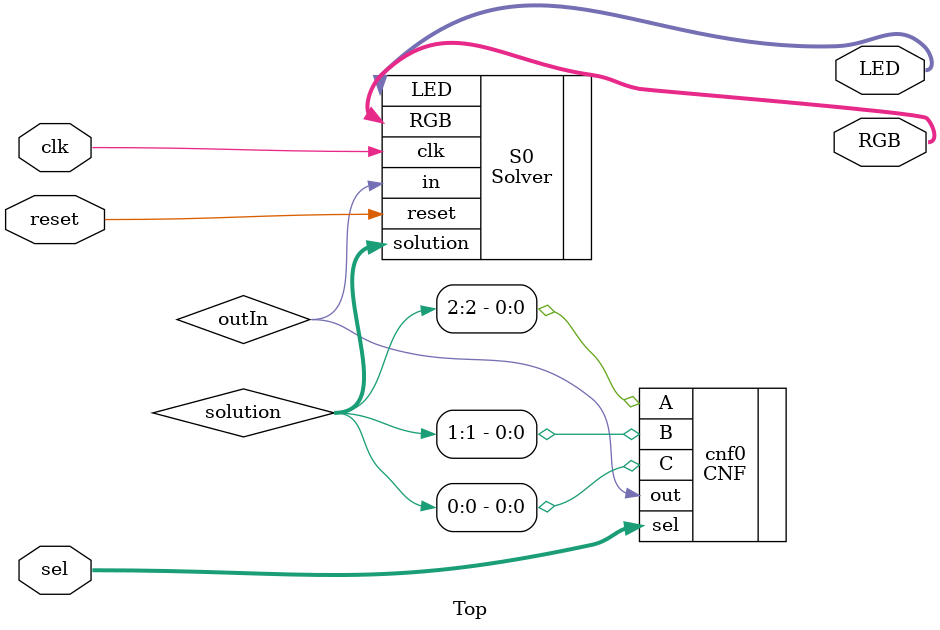
<source format=v>
`timescale 1ns / 1ps

module Top(
    input clk,
    input reset,
    input [1:0] sel,
    output [2:0] RGB,
    output [2:0] LED
    );
    
    // Define nesseary wires here.
    wire [2:0] solution;
    wire outIn;
    
    Solver S0(.clk(clk), .reset(reset), .in(outIn), .RGB(RGB), .solution(solution), .LED(LED));      
        
    CNF cnf0(.A(solution[2]), .B(solution[1]), .C(solution[0]), .sel(sel), .out(outIn));
endmodule

</source>
